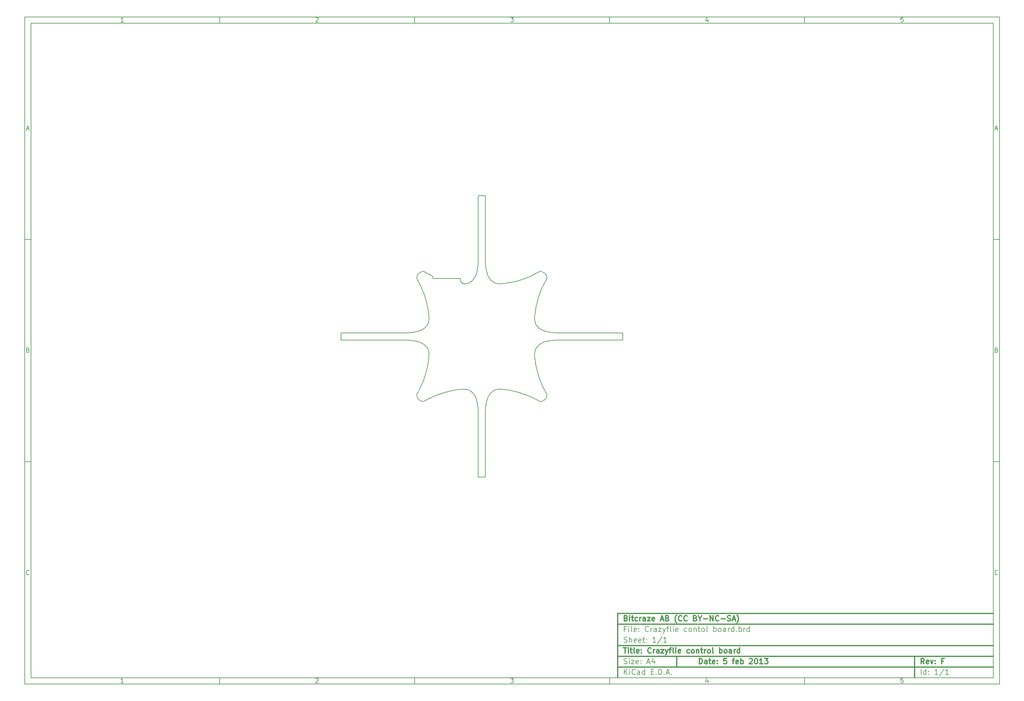
<source format=gbr>
G04 (created by PCBNEW-RS274X (2012-01-19 BZR 3256)-stable) date 05/02/2013 13:28:41*
G01*
G70*
G90*
%MOIN*%
G04 Gerber Fmt 3.4, Leading zero omitted, Abs format*
%FSLAX34Y34*%
G04 APERTURE LIST*
%ADD10C,0.006000*%
%ADD11C,0.012000*%
%ADD12C,0.007900*%
G04 APERTURE END LIST*
G54D10*
X-51118Y35765D02*
X57882Y35765D01*
X57882Y-38905D01*
X-51118Y-38905D01*
X-51118Y35765D01*
X-50418Y35065D02*
X57182Y35065D01*
X57182Y-38205D01*
X-50418Y-38205D01*
X-50418Y35065D01*
X-29318Y35765D02*
X-29318Y35065D01*
X-40075Y35213D02*
X-40361Y35213D01*
X-40218Y35213D02*
X-40218Y35713D01*
X-40266Y35641D01*
X-40313Y35594D01*
X-40361Y35570D01*
X-29318Y-38905D02*
X-29318Y-38205D01*
X-40075Y-38757D02*
X-40361Y-38757D01*
X-40218Y-38757D02*
X-40218Y-38257D01*
X-40266Y-38329D01*
X-40313Y-38376D01*
X-40361Y-38400D01*
X-07518Y35765D02*
X-07518Y35065D01*
X-18561Y35665D02*
X-18537Y35689D01*
X-18489Y35713D01*
X-18370Y35713D01*
X-18323Y35689D01*
X-18299Y35665D01*
X-18275Y35617D01*
X-18275Y35570D01*
X-18299Y35498D01*
X-18585Y35213D01*
X-18275Y35213D01*
X-07518Y-38905D02*
X-07518Y-38205D01*
X-18561Y-38305D02*
X-18537Y-38281D01*
X-18489Y-38257D01*
X-18370Y-38257D01*
X-18323Y-38281D01*
X-18299Y-38305D01*
X-18275Y-38353D01*
X-18275Y-38400D01*
X-18299Y-38472D01*
X-18585Y-38757D01*
X-18275Y-38757D01*
X14282Y35765D02*
X14282Y35065D01*
X03215Y35713D02*
X03525Y35713D01*
X03358Y35522D01*
X03430Y35522D01*
X03477Y35498D01*
X03501Y35475D01*
X03525Y35427D01*
X03525Y35308D01*
X03501Y35260D01*
X03477Y35236D01*
X03430Y35213D01*
X03287Y35213D01*
X03239Y35236D01*
X03215Y35260D01*
X14282Y-38905D02*
X14282Y-38205D01*
X03215Y-38257D02*
X03525Y-38257D01*
X03358Y-38448D01*
X03430Y-38448D01*
X03477Y-38472D01*
X03501Y-38495D01*
X03525Y-38543D01*
X03525Y-38662D01*
X03501Y-38710D01*
X03477Y-38734D01*
X03430Y-38757D01*
X03287Y-38757D01*
X03239Y-38734D01*
X03215Y-38710D01*
X36082Y35765D02*
X36082Y35065D01*
X25277Y35546D02*
X25277Y35213D01*
X25158Y35736D02*
X25039Y35379D01*
X25349Y35379D01*
X36082Y-38905D02*
X36082Y-38205D01*
X25277Y-38424D02*
X25277Y-38757D01*
X25158Y-38234D02*
X25039Y-38591D01*
X25349Y-38591D01*
X47101Y35713D02*
X46863Y35713D01*
X46839Y35475D01*
X46863Y35498D01*
X46911Y35522D01*
X47030Y35522D01*
X47077Y35498D01*
X47101Y35475D01*
X47125Y35427D01*
X47125Y35308D01*
X47101Y35260D01*
X47077Y35236D01*
X47030Y35213D01*
X46911Y35213D01*
X46863Y35236D01*
X46839Y35260D01*
X47101Y-38257D02*
X46863Y-38257D01*
X46839Y-38495D01*
X46863Y-38472D01*
X46911Y-38448D01*
X47030Y-38448D01*
X47077Y-38472D01*
X47101Y-38495D01*
X47125Y-38543D01*
X47125Y-38662D01*
X47101Y-38710D01*
X47077Y-38734D01*
X47030Y-38757D01*
X46911Y-38757D01*
X46863Y-38734D01*
X46839Y-38710D01*
X-51118Y10875D02*
X-50418Y10875D01*
X-50887Y23255D02*
X-50649Y23255D01*
X-50934Y23113D02*
X-50768Y23613D01*
X-50601Y23113D01*
X57882Y10875D02*
X57182Y10875D01*
X57413Y23255D02*
X57651Y23255D01*
X57366Y23113D02*
X57532Y23613D01*
X57699Y23113D01*
X-51118Y-14015D02*
X-50418Y-14015D01*
X-50732Y-01515D02*
X-50661Y-01539D01*
X-50637Y-01563D01*
X-50613Y-01611D01*
X-50613Y-01682D01*
X-50637Y-01730D01*
X-50661Y-01754D01*
X-50708Y-01777D01*
X-50899Y-01777D01*
X-50899Y-01277D01*
X-50732Y-01277D01*
X-50685Y-01301D01*
X-50661Y-01325D01*
X-50637Y-01373D01*
X-50637Y-01420D01*
X-50661Y-01468D01*
X-50685Y-01492D01*
X-50732Y-01515D01*
X-50899Y-01515D01*
X57882Y-14015D02*
X57182Y-14015D01*
X57568Y-01515D02*
X57639Y-01539D01*
X57663Y-01563D01*
X57687Y-01611D01*
X57687Y-01682D01*
X57663Y-01730D01*
X57639Y-01754D01*
X57592Y-01777D01*
X57401Y-01777D01*
X57401Y-01277D01*
X57568Y-01277D01*
X57615Y-01301D01*
X57639Y-01325D01*
X57663Y-01373D01*
X57663Y-01420D01*
X57639Y-01468D01*
X57615Y-01492D01*
X57568Y-01515D01*
X57401Y-01515D01*
X-50613Y-26620D02*
X-50637Y-26644D01*
X-50708Y-26667D01*
X-50756Y-26667D01*
X-50828Y-26644D01*
X-50875Y-26596D01*
X-50899Y-26548D01*
X-50923Y-26453D01*
X-50923Y-26382D01*
X-50899Y-26286D01*
X-50875Y-26239D01*
X-50828Y-26191D01*
X-50756Y-26167D01*
X-50708Y-26167D01*
X-50637Y-26191D01*
X-50613Y-26215D01*
X57687Y-26620D02*
X57663Y-26644D01*
X57592Y-26667D01*
X57544Y-26667D01*
X57472Y-26644D01*
X57425Y-26596D01*
X57401Y-26548D01*
X57377Y-26453D01*
X57377Y-26382D01*
X57401Y-26286D01*
X57425Y-26239D01*
X57472Y-26191D01*
X57544Y-26167D01*
X57592Y-26167D01*
X57663Y-26191D01*
X57687Y-26215D01*
G54D11*
X24325Y-36648D02*
X24325Y-36048D01*
X24468Y-36048D01*
X24553Y-36076D01*
X24611Y-36134D01*
X24639Y-36191D01*
X24668Y-36305D01*
X24668Y-36391D01*
X24639Y-36505D01*
X24611Y-36562D01*
X24553Y-36619D01*
X24468Y-36648D01*
X24325Y-36648D01*
X25182Y-36648D02*
X25182Y-36334D01*
X25153Y-36276D01*
X25096Y-36248D01*
X24982Y-36248D01*
X24925Y-36276D01*
X25182Y-36619D02*
X25125Y-36648D01*
X24982Y-36648D01*
X24925Y-36619D01*
X24896Y-36562D01*
X24896Y-36505D01*
X24925Y-36448D01*
X24982Y-36419D01*
X25125Y-36419D01*
X25182Y-36391D01*
X25382Y-36248D02*
X25611Y-36248D01*
X25468Y-36048D02*
X25468Y-36562D01*
X25496Y-36619D01*
X25554Y-36648D01*
X25611Y-36648D01*
X26039Y-36619D02*
X25982Y-36648D01*
X25868Y-36648D01*
X25811Y-36619D01*
X25782Y-36562D01*
X25782Y-36334D01*
X25811Y-36276D01*
X25868Y-36248D01*
X25982Y-36248D01*
X26039Y-36276D01*
X26068Y-36334D01*
X26068Y-36391D01*
X25782Y-36448D01*
X26325Y-36591D02*
X26353Y-36619D01*
X26325Y-36648D01*
X26296Y-36619D01*
X26325Y-36591D01*
X26325Y-36648D01*
X26325Y-36276D02*
X26353Y-36305D01*
X26325Y-36334D01*
X26296Y-36305D01*
X26325Y-36276D01*
X26325Y-36334D01*
X27354Y-36048D02*
X27068Y-36048D01*
X27039Y-36334D01*
X27068Y-36305D01*
X27125Y-36276D01*
X27268Y-36276D01*
X27325Y-36305D01*
X27354Y-36334D01*
X27382Y-36391D01*
X27382Y-36534D01*
X27354Y-36591D01*
X27325Y-36619D01*
X27268Y-36648D01*
X27125Y-36648D01*
X27068Y-36619D01*
X27039Y-36591D01*
X28010Y-36248D02*
X28239Y-36248D01*
X28096Y-36648D02*
X28096Y-36134D01*
X28124Y-36076D01*
X28182Y-36048D01*
X28239Y-36048D01*
X28667Y-36619D02*
X28610Y-36648D01*
X28496Y-36648D01*
X28439Y-36619D01*
X28410Y-36562D01*
X28410Y-36334D01*
X28439Y-36276D01*
X28496Y-36248D01*
X28610Y-36248D01*
X28667Y-36276D01*
X28696Y-36334D01*
X28696Y-36391D01*
X28410Y-36448D01*
X28953Y-36648D02*
X28953Y-36048D01*
X28953Y-36276D02*
X29010Y-36248D01*
X29124Y-36248D01*
X29181Y-36276D01*
X29210Y-36305D01*
X29239Y-36362D01*
X29239Y-36534D01*
X29210Y-36591D01*
X29181Y-36619D01*
X29124Y-36648D01*
X29010Y-36648D01*
X28953Y-36619D01*
X29924Y-36105D02*
X29953Y-36076D01*
X30010Y-36048D01*
X30153Y-36048D01*
X30210Y-36076D01*
X30239Y-36105D01*
X30267Y-36162D01*
X30267Y-36219D01*
X30239Y-36305D01*
X29896Y-36648D01*
X30267Y-36648D01*
X30638Y-36048D02*
X30695Y-36048D01*
X30752Y-36076D01*
X30781Y-36105D01*
X30810Y-36162D01*
X30838Y-36276D01*
X30838Y-36419D01*
X30810Y-36534D01*
X30781Y-36591D01*
X30752Y-36619D01*
X30695Y-36648D01*
X30638Y-36648D01*
X30581Y-36619D01*
X30552Y-36591D01*
X30524Y-36534D01*
X30495Y-36419D01*
X30495Y-36276D01*
X30524Y-36162D01*
X30552Y-36105D01*
X30581Y-36076D01*
X30638Y-36048D01*
X31409Y-36648D02*
X31066Y-36648D01*
X31238Y-36648D02*
X31238Y-36048D01*
X31181Y-36134D01*
X31123Y-36191D01*
X31066Y-36219D01*
X31609Y-36048D02*
X31980Y-36048D01*
X31780Y-36276D01*
X31866Y-36276D01*
X31923Y-36305D01*
X31952Y-36334D01*
X31980Y-36391D01*
X31980Y-36534D01*
X31952Y-36591D01*
X31923Y-36619D01*
X31866Y-36648D01*
X31694Y-36648D01*
X31637Y-36619D01*
X31609Y-36591D01*
G54D10*
X15925Y-37848D02*
X15925Y-37248D01*
X16268Y-37848D02*
X16011Y-37505D01*
X16268Y-37248D02*
X15925Y-37591D01*
X16525Y-37848D02*
X16525Y-37448D01*
X16525Y-37248D02*
X16496Y-37276D01*
X16525Y-37305D01*
X16553Y-37276D01*
X16525Y-37248D01*
X16525Y-37305D01*
X17154Y-37791D02*
X17125Y-37819D01*
X17039Y-37848D01*
X16982Y-37848D01*
X16897Y-37819D01*
X16839Y-37762D01*
X16811Y-37705D01*
X16782Y-37591D01*
X16782Y-37505D01*
X16811Y-37391D01*
X16839Y-37334D01*
X16897Y-37276D01*
X16982Y-37248D01*
X17039Y-37248D01*
X17125Y-37276D01*
X17154Y-37305D01*
X17668Y-37848D02*
X17668Y-37534D01*
X17639Y-37476D01*
X17582Y-37448D01*
X17468Y-37448D01*
X17411Y-37476D01*
X17668Y-37819D02*
X17611Y-37848D01*
X17468Y-37848D01*
X17411Y-37819D01*
X17382Y-37762D01*
X17382Y-37705D01*
X17411Y-37648D01*
X17468Y-37619D01*
X17611Y-37619D01*
X17668Y-37591D01*
X18211Y-37848D02*
X18211Y-37248D01*
X18211Y-37819D02*
X18154Y-37848D01*
X18040Y-37848D01*
X17982Y-37819D01*
X17954Y-37791D01*
X17925Y-37734D01*
X17925Y-37562D01*
X17954Y-37505D01*
X17982Y-37476D01*
X18040Y-37448D01*
X18154Y-37448D01*
X18211Y-37476D01*
X18954Y-37534D02*
X19154Y-37534D01*
X19240Y-37848D02*
X18954Y-37848D01*
X18954Y-37248D01*
X19240Y-37248D01*
X19497Y-37791D02*
X19525Y-37819D01*
X19497Y-37848D01*
X19468Y-37819D01*
X19497Y-37791D01*
X19497Y-37848D01*
X19783Y-37848D02*
X19783Y-37248D01*
X19926Y-37248D01*
X20011Y-37276D01*
X20069Y-37334D01*
X20097Y-37391D01*
X20126Y-37505D01*
X20126Y-37591D01*
X20097Y-37705D01*
X20069Y-37762D01*
X20011Y-37819D01*
X19926Y-37848D01*
X19783Y-37848D01*
X20383Y-37791D02*
X20411Y-37819D01*
X20383Y-37848D01*
X20354Y-37819D01*
X20383Y-37791D01*
X20383Y-37848D01*
X20640Y-37676D02*
X20926Y-37676D01*
X20583Y-37848D02*
X20783Y-37248D01*
X20983Y-37848D01*
X21183Y-37791D02*
X21211Y-37819D01*
X21183Y-37848D01*
X21154Y-37819D01*
X21183Y-37791D01*
X21183Y-37848D01*
G54D11*
X49468Y-36648D02*
X49268Y-36362D01*
X49125Y-36648D02*
X49125Y-36048D01*
X49353Y-36048D01*
X49411Y-36076D01*
X49439Y-36105D01*
X49468Y-36162D01*
X49468Y-36248D01*
X49439Y-36305D01*
X49411Y-36334D01*
X49353Y-36362D01*
X49125Y-36362D01*
X49953Y-36619D02*
X49896Y-36648D01*
X49782Y-36648D01*
X49725Y-36619D01*
X49696Y-36562D01*
X49696Y-36334D01*
X49725Y-36276D01*
X49782Y-36248D01*
X49896Y-36248D01*
X49953Y-36276D01*
X49982Y-36334D01*
X49982Y-36391D01*
X49696Y-36448D01*
X50182Y-36248D02*
X50325Y-36648D01*
X50467Y-36248D01*
X50696Y-36591D02*
X50724Y-36619D01*
X50696Y-36648D01*
X50667Y-36619D01*
X50696Y-36591D01*
X50696Y-36648D01*
X50696Y-36276D02*
X50724Y-36305D01*
X50696Y-36334D01*
X50667Y-36305D01*
X50696Y-36276D01*
X50696Y-36334D01*
X51639Y-36334D02*
X51439Y-36334D01*
X51439Y-36648D02*
X51439Y-36048D01*
X51725Y-36048D01*
G54D10*
X15896Y-36619D02*
X15982Y-36648D01*
X16125Y-36648D01*
X16182Y-36619D01*
X16211Y-36591D01*
X16239Y-36534D01*
X16239Y-36476D01*
X16211Y-36419D01*
X16182Y-36391D01*
X16125Y-36362D01*
X16011Y-36334D01*
X15953Y-36305D01*
X15925Y-36276D01*
X15896Y-36219D01*
X15896Y-36162D01*
X15925Y-36105D01*
X15953Y-36076D01*
X16011Y-36048D01*
X16153Y-36048D01*
X16239Y-36076D01*
X16496Y-36648D02*
X16496Y-36248D01*
X16496Y-36048D02*
X16467Y-36076D01*
X16496Y-36105D01*
X16524Y-36076D01*
X16496Y-36048D01*
X16496Y-36105D01*
X16725Y-36248D02*
X17039Y-36248D01*
X16725Y-36648D01*
X17039Y-36648D01*
X17496Y-36619D02*
X17439Y-36648D01*
X17325Y-36648D01*
X17268Y-36619D01*
X17239Y-36562D01*
X17239Y-36334D01*
X17268Y-36276D01*
X17325Y-36248D01*
X17439Y-36248D01*
X17496Y-36276D01*
X17525Y-36334D01*
X17525Y-36391D01*
X17239Y-36448D01*
X17782Y-36591D02*
X17810Y-36619D01*
X17782Y-36648D01*
X17753Y-36619D01*
X17782Y-36591D01*
X17782Y-36648D01*
X17782Y-36276D02*
X17810Y-36305D01*
X17782Y-36334D01*
X17753Y-36305D01*
X17782Y-36276D01*
X17782Y-36334D01*
X18496Y-36476D02*
X18782Y-36476D01*
X18439Y-36648D02*
X18639Y-36048D01*
X18839Y-36648D01*
X19296Y-36248D02*
X19296Y-36648D01*
X19153Y-36019D02*
X19010Y-36448D01*
X19382Y-36448D01*
X49125Y-37848D02*
X49125Y-37248D01*
X49668Y-37848D02*
X49668Y-37248D01*
X49668Y-37819D02*
X49611Y-37848D01*
X49497Y-37848D01*
X49439Y-37819D01*
X49411Y-37791D01*
X49382Y-37734D01*
X49382Y-37562D01*
X49411Y-37505D01*
X49439Y-37476D01*
X49497Y-37448D01*
X49611Y-37448D01*
X49668Y-37476D01*
X49954Y-37791D02*
X49982Y-37819D01*
X49954Y-37848D01*
X49925Y-37819D01*
X49954Y-37791D01*
X49954Y-37848D01*
X49954Y-37476D02*
X49982Y-37505D01*
X49954Y-37534D01*
X49925Y-37505D01*
X49954Y-37476D01*
X49954Y-37534D01*
X51011Y-37848D02*
X50668Y-37848D01*
X50840Y-37848D02*
X50840Y-37248D01*
X50783Y-37334D01*
X50725Y-37391D01*
X50668Y-37419D01*
X51696Y-37219D02*
X51182Y-37991D01*
X52211Y-37848D02*
X51868Y-37848D01*
X52040Y-37848D02*
X52040Y-37248D01*
X51983Y-37334D01*
X51925Y-37391D01*
X51868Y-37419D01*
G54D11*
X15839Y-34848D02*
X16182Y-34848D01*
X16011Y-35448D02*
X16011Y-34848D01*
X16382Y-35448D02*
X16382Y-35048D01*
X16382Y-34848D02*
X16353Y-34876D01*
X16382Y-34905D01*
X16410Y-34876D01*
X16382Y-34848D01*
X16382Y-34905D01*
X16582Y-35048D02*
X16811Y-35048D01*
X16668Y-34848D02*
X16668Y-35362D01*
X16696Y-35419D01*
X16754Y-35448D01*
X16811Y-35448D01*
X17097Y-35448D02*
X17039Y-35419D01*
X17011Y-35362D01*
X17011Y-34848D01*
X17553Y-35419D02*
X17496Y-35448D01*
X17382Y-35448D01*
X17325Y-35419D01*
X17296Y-35362D01*
X17296Y-35134D01*
X17325Y-35076D01*
X17382Y-35048D01*
X17496Y-35048D01*
X17553Y-35076D01*
X17582Y-35134D01*
X17582Y-35191D01*
X17296Y-35248D01*
X17839Y-35391D02*
X17867Y-35419D01*
X17839Y-35448D01*
X17810Y-35419D01*
X17839Y-35391D01*
X17839Y-35448D01*
X17839Y-35076D02*
X17867Y-35105D01*
X17839Y-35134D01*
X17810Y-35105D01*
X17839Y-35076D01*
X17839Y-35134D01*
X18925Y-35391D02*
X18896Y-35419D01*
X18810Y-35448D01*
X18753Y-35448D01*
X18668Y-35419D01*
X18610Y-35362D01*
X18582Y-35305D01*
X18553Y-35191D01*
X18553Y-35105D01*
X18582Y-34991D01*
X18610Y-34934D01*
X18668Y-34876D01*
X18753Y-34848D01*
X18810Y-34848D01*
X18896Y-34876D01*
X18925Y-34905D01*
X19182Y-35448D02*
X19182Y-35048D01*
X19182Y-35162D02*
X19210Y-35105D01*
X19239Y-35076D01*
X19296Y-35048D01*
X19353Y-35048D01*
X19810Y-35448D02*
X19810Y-35134D01*
X19781Y-35076D01*
X19724Y-35048D01*
X19610Y-35048D01*
X19553Y-35076D01*
X19810Y-35419D02*
X19753Y-35448D01*
X19610Y-35448D01*
X19553Y-35419D01*
X19524Y-35362D01*
X19524Y-35305D01*
X19553Y-35248D01*
X19610Y-35219D01*
X19753Y-35219D01*
X19810Y-35191D01*
X20039Y-35048D02*
X20353Y-35048D01*
X20039Y-35448D01*
X20353Y-35448D01*
X20525Y-35048D02*
X20668Y-35448D01*
X20810Y-35048D02*
X20668Y-35448D01*
X20610Y-35591D01*
X20582Y-35619D01*
X20525Y-35648D01*
X20953Y-35048D02*
X21182Y-35048D01*
X21039Y-35448D02*
X21039Y-34934D01*
X21067Y-34876D01*
X21125Y-34848D01*
X21182Y-34848D01*
X21468Y-35448D02*
X21410Y-35419D01*
X21382Y-35362D01*
X21382Y-34848D01*
X21696Y-35448D02*
X21696Y-35048D01*
X21696Y-34848D02*
X21667Y-34876D01*
X21696Y-34905D01*
X21724Y-34876D01*
X21696Y-34848D01*
X21696Y-34905D01*
X22210Y-35419D02*
X22153Y-35448D01*
X22039Y-35448D01*
X21982Y-35419D01*
X21953Y-35362D01*
X21953Y-35134D01*
X21982Y-35076D01*
X22039Y-35048D01*
X22153Y-35048D01*
X22210Y-35076D01*
X22239Y-35134D01*
X22239Y-35191D01*
X21953Y-35248D01*
X23210Y-35419D02*
X23153Y-35448D01*
X23039Y-35448D01*
X22981Y-35419D01*
X22953Y-35391D01*
X22924Y-35334D01*
X22924Y-35162D01*
X22953Y-35105D01*
X22981Y-35076D01*
X23039Y-35048D01*
X23153Y-35048D01*
X23210Y-35076D01*
X23553Y-35448D02*
X23495Y-35419D01*
X23467Y-35391D01*
X23438Y-35334D01*
X23438Y-35162D01*
X23467Y-35105D01*
X23495Y-35076D01*
X23553Y-35048D01*
X23638Y-35048D01*
X23695Y-35076D01*
X23724Y-35105D01*
X23753Y-35162D01*
X23753Y-35334D01*
X23724Y-35391D01*
X23695Y-35419D01*
X23638Y-35448D01*
X23553Y-35448D01*
X24010Y-35048D02*
X24010Y-35448D01*
X24010Y-35105D02*
X24038Y-35076D01*
X24096Y-35048D01*
X24181Y-35048D01*
X24238Y-35076D01*
X24267Y-35134D01*
X24267Y-35448D01*
X24467Y-35048D02*
X24696Y-35048D01*
X24553Y-34848D02*
X24553Y-35362D01*
X24581Y-35419D01*
X24639Y-35448D01*
X24696Y-35448D01*
X24896Y-35448D02*
X24896Y-35048D01*
X24896Y-35162D02*
X24924Y-35105D01*
X24953Y-35076D01*
X25010Y-35048D01*
X25067Y-35048D01*
X25353Y-35448D02*
X25295Y-35419D01*
X25267Y-35391D01*
X25238Y-35334D01*
X25238Y-35162D01*
X25267Y-35105D01*
X25295Y-35076D01*
X25353Y-35048D01*
X25438Y-35048D01*
X25495Y-35076D01*
X25524Y-35105D01*
X25553Y-35162D01*
X25553Y-35334D01*
X25524Y-35391D01*
X25495Y-35419D01*
X25438Y-35448D01*
X25353Y-35448D01*
X25896Y-35448D02*
X25838Y-35419D01*
X25810Y-35362D01*
X25810Y-34848D01*
X26581Y-35448D02*
X26581Y-34848D01*
X26581Y-35076D02*
X26638Y-35048D01*
X26752Y-35048D01*
X26809Y-35076D01*
X26838Y-35105D01*
X26867Y-35162D01*
X26867Y-35334D01*
X26838Y-35391D01*
X26809Y-35419D01*
X26752Y-35448D01*
X26638Y-35448D01*
X26581Y-35419D01*
X27210Y-35448D02*
X27152Y-35419D01*
X27124Y-35391D01*
X27095Y-35334D01*
X27095Y-35162D01*
X27124Y-35105D01*
X27152Y-35076D01*
X27210Y-35048D01*
X27295Y-35048D01*
X27352Y-35076D01*
X27381Y-35105D01*
X27410Y-35162D01*
X27410Y-35334D01*
X27381Y-35391D01*
X27352Y-35419D01*
X27295Y-35448D01*
X27210Y-35448D01*
X27924Y-35448D02*
X27924Y-35134D01*
X27895Y-35076D01*
X27838Y-35048D01*
X27724Y-35048D01*
X27667Y-35076D01*
X27924Y-35419D02*
X27867Y-35448D01*
X27724Y-35448D01*
X27667Y-35419D01*
X27638Y-35362D01*
X27638Y-35305D01*
X27667Y-35248D01*
X27724Y-35219D01*
X27867Y-35219D01*
X27924Y-35191D01*
X28210Y-35448D02*
X28210Y-35048D01*
X28210Y-35162D02*
X28238Y-35105D01*
X28267Y-35076D01*
X28324Y-35048D01*
X28381Y-35048D01*
X28838Y-35448D02*
X28838Y-34848D01*
X28838Y-35419D02*
X28781Y-35448D01*
X28667Y-35448D01*
X28609Y-35419D01*
X28581Y-35391D01*
X28552Y-35334D01*
X28552Y-35162D01*
X28581Y-35105D01*
X28609Y-35076D01*
X28667Y-35048D01*
X28781Y-35048D01*
X28838Y-35076D01*
G54D10*
X16125Y-32734D02*
X15925Y-32734D01*
X15925Y-33048D02*
X15925Y-32448D01*
X16211Y-32448D01*
X16439Y-33048D02*
X16439Y-32648D01*
X16439Y-32448D02*
X16410Y-32476D01*
X16439Y-32505D01*
X16467Y-32476D01*
X16439Y-32448D01*
X16439Y-32505D01*
X16811Y-33048D02*
X16753Y-33019D01*
X16725Y-32962D01*
X16725Y-32448D01*
X17267Y-33019D02*
X17210Y-33048D01*
X17096Y-33048D01*
X17039Y-33019D01*
X17010Y-32962D01*
X17010Y-32734D01*
X17039Y-32676D01*
X17096Y-32648D01*
X17210Y-32648D01*
X17267Y-32676D01*
X17296Y-32734D01*
X17296Y-32791D01*
X17010Y-32848D01*
X17553Y-32991D02*
X17581Y-33019D01*
X17553Y-33048D01*
X17524Y-33019D01*
X17553Y-32991D01*
X17553Y-33048D01*
X17553Y-32676D02*
X17581Y-32705D01*
X17553Y-32734D01*
X17524Y-32705D01*
X17553Y-32676D01*
X17553Y-32734D01*
X18639Y-32991D02*
X18610Y-33019D01*
X18524Y-33048D01*
X18467Y-33048D01*
X18382Y-33019D01*
X18324Y-32962D01*
X18296Y-32905D01*
X18267Y-32791D01*
X18267Y-32705D01*
X18296Y-32591D01*
X18324Y-32534D01*
X18382Y-32476D01*
X18467Y-32448D01*
X18524Y-32448D01*
X18610Y-32476D01*
X18639Y-32505D01*
X18896Y-33048D02*
X18896Y-32648D01*
X18896Y-32762D02*
X18924Y-32705D01*
X18953Y-32676D01*
X19010Y-32648D01*
X19067Y-32648D01*
X19524Y-33048D02*
X19524Y-32734D01*
X19495Y-32676D01*
X19438Y-32648D01*
X19324Y-32648D01*
X19267Y-32676D01*
X19524Y-33019D02*
X19467Y-33048D01*
X19324Y-33048D01*
X19267Y-33019D01*
X19238Y-32962D01*
X19238Y-32905D01*
X19267Y-32848D01*
X19324Y-32819D01*
X19467Y-32819D01*
X19524Y-32791D01*
X19753Y-32648D02*
X20067Y-32648D01*
X19753Y-33048D01*
X20067Y-33048D01*
X20239Y-32648D02*
X20382Y-33048D01*
X20524Y-32648D02*
X20382Y-33048D01*
X20324Y-33191D01*
X20296Y-33219D01*
X20239Y-33248D01*
X20667Y-32648D02*
X20896Y-32648D01*
X20753Y-33048D02*
X20753Y-32534D01*
X20781Y-32476D01*
X20839Y-32448D01*
X20896Y-32448D01*
X21182Y-33048D02*
X21124Y-33019D01*
X21096Y-32962D01*
X21096Y-32448D01*
X21410Y-33048D02*
X21410Y-32648D01*
X21410Y-32448D02*
X21381Y-32476D01*
X21410Y-32505D01*
X21438Y-32476D01*
X21410Y-32448D01*
X21410Y-32505D01*
X21924Y-33019D02*
X21867Y-33048D01*
X21753Y-33048D01*
X21696Y-33019D01*
X21667Y-32962D01*
X21667Y-32734D01*
X21696Y-32676D01*
X21753Y-32648D01*
X21867Y-32648D01*
X21924Y-32676D01*
X21953Y-32734D01*
X21953Y-32791D01*
X21667Y-32848D01*
X22924Y-33019D02*
X22867Y-33048D01*
X22753Y-33048D01*
X22695Y-33019D01*
X22667Y-32991D01*
X22638Y-32934D01*
X22638Y-32762D01*
X22667Y-32705D01*
X22695Y-32676D01*
X22753Y-32648D01*
X22867Y-32648D01*
X22924Y-32676D01*
X23267Y-33048D02*
X23209Y-33019D01*
X23181Y-32991D01*
X23152Y-32934D01*
X23152Y-32762D01*
X23181Y-32705D01*
X23209Y-32676D01*
X23267Y-32648D01*
X23352Y-32648D01*
X23409Y-32676D01*
X23438Y-32705D01*
X23467Y-32762D01*
X23467Y-32934D01*
X23438Y-32991D01*
X23409Y-33019D01*
X23352Y-33048D01*
X23267Y-33048D01*
X23724Y-32648D02*
X23724Y-33048D01*
X23724Y-32705D02*
X23752Y-32676D01*
X23810Y-32648D01*
X23895Y-32648D01*
X23952Y-32676D01*
X23981Y-32734D01*
X23981Y-33048D01*
X24181Y-32648D02*
X24410Y-32648D01*
X24267Y-32448D02*
X24267Y-32962D01*
X24295Y-33019D01*
X24353Y-33048D01*
X24410Y-33048D01*
X24696Y-33048D02*
X24638Y-33019D01*
X24610Y-32991D01*
X24581Y-32934D01*
X24581Y-32762D01*
X24610Y-32705D01*
X24638Y-32676D01*
X24696Y-32648D01*
X24781Y-32648D01*
X24838Y-32676D01*
X24867Y-32705D01*
X24896Y-32762D01*
X24896Y-32934D01*
X24867Y-32991D01*
X24838Y-33019D01*
X24781Y-33048D01*
X24696Y-33048D01*
X25239Y-33048D02*
X25181Y-33019D01*
X25153Y-32962D01*
X25153Y-32448D01*
X25924Y-33048D02*
X25924Y-32448D01*
X25924Y-32676D02*
X25981Y-32648D01*
X26095Y-32648D01*
X26152Y-32676D01*
X26181Y-32705D01*
X26210Y-32762D01*
X26210Y-32934D01*
X26181Y-32991D01*
X26152Y-33019D01*
X26095Y-33048D01*
X25981Y-33048D01*
X25924Y-33019D01*
X26553Y-33048D02*
X26495Y-33019D01*
X26467Y-32991D01*
X26438Y-32934D01*
X26438Y-32762D01*
X26467Y-32705D01*
X26495Y-32676D01*
X26553Y-32648D01*
X26638Y-32648D01*
X26695Y-32676D01*
X26724Y-32705D01*
X26753Y-32762D01*
X26753Y-32934D01*
X26724Y-32991D01*
X26695Y-33019D01*
X26638Y-33048D01*
X26553Y-33048D01*
X27267Y-33048D02*
X27267Y-32734D01*
X27238Y-32676D01*
X27181Y-32648D01*
X27067Y-32648D01*
X27010Y-32676D01*
X27267Y-33019D02*
X27210Y-33048D01*
X27067Y-33048D01*
X27010Y-33019D01*
X26981Y-32962D01*
X26981Y-32905D01*
X27010Y-32848D01*
X27067Y-32819D01*
X27210Y-32819D01*
X27267Y-32791D01*
X27553Y-33048D02*
X27553Y-32648D01*
X27553Y-32762D02*
X27581Y-32705D01*
X27610Y-32676D01*
X27667Y-32648D01*
X27724Y-32648D01*
X28181Y-33048D02*
X28181Y-32448D01*
X28181Y-33019D02*
X28124Y-33048D01*
X28010Y-33048D01*
X27952Y-33019D01*
X27924Y-32991D01*
X27895Y-32934D01*
X27895Y-32762D01*
X27924Y-32705D01*
X27952Y-32676D01*
X28010Y-32648D01*
X28124Y-32648D01*
X28181Y-32676D01*
X28467Y-32991D02*
X28495Y-33019D01*
X28467Y-33048D01*
X28438Y-33019D01*
X28467Y-32991D01*
X28467Y-33048D01*
X28753Y-33048D02*
X28753Y-32448D01*
X28753Y-32676D02*
X28810Y-32648D01*
X28924Y-32648D01*
X28981Y-32676D01*
X29010Y-32705D01*
X29039Y-32762D01*
X29039Y-32934D01*
X29010Y-32991D01*
X28981Y-33019D01*
X28924Y-33048D01*
X28810Y-33048D01*
X28753Y-33019D01*
X29296Y-33048D02*
X29296Y-32648D01*
X29296Y-32762D02*
X29324Y-32705D01*
X29353Y-32676D01*
X29410Y-32648D01*
X29467Y-32648D01*
X29924Y-33048D02*
X29924Y-32448D01*
X29924Y-33019D02*
X29867Y-33048D01*
X29753Y-33048D01*
X29695Y-33019D01*
X29667Y-32991D01*
X29638Y-32934D01*
X29638Y-32762D01*
X29667Y-32705D01*
X29695Y-32676D01*
X29753Y-32648D01*
X29867Y-32648D01*
X29924Y-32676D01*
X15896Y-34219D02*
X15982Y-34248D01*
X16125Y-34248D01*
X16182Y-34219D01*
X16211Y-34191D01*
X16239Y-34134D01*
X16239Y-34076D01*
X16211Y-34019D01*
X16182Y-33991D01*
X16125Y-33962D01*
X16011Y-33934D01*
X15953Y-33905D01*
X15925Y-33876D01*
X15896Y-33819D01*
X15896Y-33762D01*
X15925Y-33705D01*
X15953Y-33676D01*
X16011Y-33648D01*
X16153Y-33648D01*
X16239Y-33676D01*
X16496Y-34248D02*
X16496Y-33648D01*
X16753Y-34248D02*
X16753Y-33934D01*
X16724Y-33876D01*
X16667Y-33848D01*
X16582Y-33848D01*
X16524Y-33876D01*
X16496Y-33905D01*
X17267Y-34219D02*
X17210Y-34248D01*
X17096Y-34248D01*
X17039Y-34219D01*
X17010Y-34162D01*
X17010Y-33934D01*
X17039Y-33876D01*
X17096Y-33848D01*
X17210Y-33848D01*
X17267Y-33876D01*
X17296Y-33934D01*
X17296Y-33991D01*
X17010Y-34048D01*
X17781Y-34219D02*
X17724Y-34248D01*
X17610Y-34248D01*
X17553Y-34219D01*
X17524Y-34162D01*
X17524Y-33934D01*
X17553Y-33876D01*
X17610Y-33848D01*
X17724Y-33848D01*
X17781Y-33876D01*
X17810Y-33934D01*
X17810Y-33991D01*
X17524Y-34048D01*
X17981Y-33848D02*
X18210Y-33848D01*
X18067Y-33648D02*
X18067Y-34162D01*
X18095Y-34219D01*
X18153Y-34248D01*
X18210Y-34248D01*
X18410Y-34191D02*
X18438Y-34219D01*
X18410Y-34248D01*
X18381Y-34219D01*
X18410Y-34191D01*
X18410Y-34248D01*
X18410Y-33876D02*
X18438Y-33905D01*
X18410Y-33934D01*
X18381Y-33905D01*
X18410Y-33876D01*
X18410Y-33934D01*
X19467Y-34248D02*
X19124Y-34248D01*
X19296Y-34248D02*
X19296Y-33648D01*
X19239Y-33734D01*
X19181Y-33791D01*
X19124Y-33819D01*
X20152Y-33619D02*
X19638Y-34391D01*
X20667Y-34248D02*
X20324Y-34248D01*
X20496Y-34248D02*
X20496Y-33648D01*
X20439Y-33734D01*
X20381Y-33791D01*
X20324Y-33819D01*
G54D11*
X16125Y-31534D02*
X16211Y-31562D01*
X16239Y-31591D01*
X16268Y-31648D01*
X16268Y-31734D01*
X16239Y-31791D01*
X16211Y-31819D01*
X16153Y-31848D01*
X15925Y-31848D01*
X15925Y-31248D01*
X16125Y-31248D01*
X16182Y-31276D01*
X16211Y-31305D01*
X16239Y-31362D01*
X16239Y-31419D01*
X16211Y-31476D01*
X16182Y-31505D01*
X16125Y-31534D01*
X15925Y-31534D01*
X16525Y-31848D02*
X16525Y-31448D01*
X16525Y-31248D02*
X16496Y-31276D01*
X16525Y-31305D01*
X16553Y-31276D01*
X16525Y-31248D01*
X16525Y-31305D01*
X16725Y-31448D02*
X16954Y-31448D01*
X16811Y-31248D02*
X16811Y-31762D01*
X16839Y-31819D01*
X16897Y-31848D01*
X16954Y-31848D01*
X17411Y-31819D02*
X17354Y-31848D01*
X17240Y-31848D01*
X17182Y-31819D01*
X17154Y-31791D01*
X17125Y-31734D01*
X17125Y-31562D01*
X17154Y-31505D01*
X17182Y-31476D01*
X17240Y-31448D01*
X17354Y-31448D01*
X17411Y-31476D01*
X17668Y-31848D02*
X17668Y-31448D01*
X17668Y-31562D02*
X17696Y-31505D01*
X17725Y-31476D01*
X17782Y-31448D01*
X17839Y-31448D01*
X18296Y-31848D02*
X18296Y-31534D01*
X18267Y-31476D01*
X18210Y-31448D01*
X18096Y-31448D01*
X18039Y-31476D01*
X18296Y-31819D02*
X18239Y-31848D01*
X18096Y-31848D01*
X18039Y-31819D01*
X18010Y-31762D01*
X18010Y-31705D01*
X18039Y-31648D01*
X18096Y-31619D01*
X18239Y-31619D01*
X18296Y-31591D01*
X18525Y-31448D02*
X18839Y-31448D01*
X18525Y-31848D01*
X18839Y-31848D01*
X19296Y-31819D02*
X19239Y-31848D01*
X19125Y-31848D01*
X19068Y-31819D01*
X19039Y-31762D01*
X19039Y-31534D01*
X19068Y-31476D01*
X19125Y-31448D01*
X19239Y-31448D01*
X19296Y-31476D01*
X19325Y-31534D01*
X19325Y-31591D01*
X19039Y-31648D01*
X20010Y-31676D02*
X20296Y-31676D01*
X19953Y-31848D02*
X20153Y-31248D01*
X20353Y-31848D01*
X20753Y-31534D02*
X20839Y-31562D01*
X20867Y-31591D01*
X20896Y-31648D01*
X20896Y-31734D01*
X20867Y-31791D01*
X20839Y-31819D01*
X20781Y-31848D01*
X20553Y-31848D01*
X20553Y-31248D01*
X20753Y-31248D01*
X20810Y-31276D01*
X20839Y-31305D01*
X20867Y-31362D01*
X20867Y-31419D01*
X20839Y-31476D01*
X20810Y-31505D01*
X20753Y-31534D01*
X20553Y-31534D01*
X21781Y-32076D02*
X21753Y-32048D01*
X21696Y-31962D01*
X21667Y-31905D01*
X21638Y-31819D01*
X21610Y-31676D01*
X21610Y-31562D01*
X21638Y-31419D01*
X21667Y-31334D01*
X21696Y-31276D01*
X21753Y-31191D01*
X21781Y-31162D01*
X22353Y-31791D02*
X22324Y-31819D01*
X22238Y-31848D01*
X22181Y-31848D01*
X22096Y-31819D01*
X22038Y-31762D01*
X22010Y-31705D01*
X21981Y-31591D01*
X21981Y-31505D01*
X22010Y-31391D01*
X22038Y-31334D01*
X22096Y-31276D01*
X22181Y-31248D01*
X22238Y-31248D01*
X22324Y-31276D01*
X22353Y-31305D01*
X22953Y-31791D02*
X22924Y-31819D01*
X22838Y-31848D01*
X22781Y-31848D01*
X22696Y-31819D01*
X22638Y-31762D01*
X22610Y-31705D01*
X22581Y-31591D01*
X22581Y-31505D01*
X22610Y-31391D01*
X22638Y-31334D01*
X22696Y-31276D01*
X22781Y-31248D01*
X22838Y-31248D01*
X22924Y-31276D01*
X22953Y-31305D01*
X23867Y-31534D02*
X23953Y-31562D01*
X23981Y-31591D01*
X24010Y-31648D01*
X24010Y-31734D01*
X23981Y-31791D01*
X23953Y-31819D01*
X23895Y-31848D01*
X23667Y-31848D01*
X23667Y-31248D01*
X23867Y-31248D01*
X23924Y-31276D01*
X23953Y-31305D01*
X23981Y-31362D01*
X23981Y-31419D01*
X23953Y-31476D01*
X23924Y-31505D01*
X23867Y-31534D01*
X23667Y-31534D01*
X24381Y-31562D02*
X24381Y-31848D01*
X24181Y-31248D02*
X24381Y-31562D01*
X24581Y-31248D01*
X24781Y-31619D02*
X25238Y-31619D01*
X25524Y-31848D02*
X25524Y-31248D01*
X25867Y-31848D01*
X25867Y-31248D01*
X26496Y-31791D02*
X26467Y-31819D01*
X26381Y-31848D01*
X26324Y-31848D01*
X26239Y-31819D01*
X26181Y-31762D01*
X26153Y-31705D01*
X26124Y-31591D01*
X26124Y-31505D01*
X26153Y-31391D01*
X26181Y-31334D01*
X26239Y-31276D01*
X26324Y-31248D01*
X26381Y-31248D01*
X26467Y-31276D01*
X26496Y-31305D01*
X26753Y-31619D02*
X27210Y-31619D01*
X27467Y-31819D02*
X27553Y-31848D01*
X27696Y-31848D01*
X27753Y-31819D01*
X27782Y-31791D01*
X27810Y-31734D01*
X27810Y-31676D01*
X27782Y-31619D01*
X27753Y-31591D01*
X27696Y-31562D01*
X27582Y-31534D01*
X27524Y-31505D01*
X27496Y-31476D01*
X27467Y-31419D01*
X27467Y-31362D01*
X27496Y-31305D01*
X27524Y-31276D01*
X27582Y-31248D01*
X27724Y-31248D01*
X27810Y-31276D01*
X28038Y-31676D02*
X28324Y-31676D01*
X27981Y-31848D02*
X28181Y-31248D01*
X28381Y-31848D01*
X28524Y-32076D02*
X28552Y-32048D01*
X28609Y-31962D01*
X28638Y-31905D01*
X28667Y-31819D01*
X28695Y-31676D01*
X28695Y-31562D01*
X28667Y-31419D01*
X28638Y-31334D01*
X28609Y-31276D01*
X28552Y-31191D01*
X28524Y-31162D01*
X15182Y-31005D02*
X15182Y-38205D01*
X15182Y-32205D02*
X57182Y-32205D01*
X15182Y-31005D02*
X57182Y-31005D01*
X15182Y-34605D02*
X57182Y-34605D01*
X48382Y-35805D02*
X48382Y-38205D01*
X15182Y-37005D02*
X57182Y-37005D01*
X15182Y-35805D02*
X57182Y-35805D01*
X21782Y-35805D02*
X21782Y-37005D01*
G54D12*
X-15748Y00395D02*
X-08661Y00395D01*
X-08661Y-00392D02*
X-15748Y-00392D01*
X-00394Y-08660D02*
X-00394Y-15747D01*
X00394Y-08660D02*
X00394Y-15747D01*
X08662Y-00392D02*
X15748Y-00392D01*
X08662Y00395D02*
X15748Y00395D01*
X00394Y15749D02*
X00394Y08663D01*
X-00394Y08663D02*
X-00394Y15749D01*
X-15748Y-00394D02*
X-15748Y00394D01*
X00394Y-15748D02*
X-00394Y-15748D01*
X15748Y00394D02*
X15748Y-00394D01*
X-00394Y15748D02*
X00394Y15748D01*
X-01969Y05906D02*
X-01913Y05909D01*
X-05512Y06693D02*
X-05512Y06772D01*
X-05512Y06693D02*
X-05511Y06676D01*
X-05509Y06659D01*
X-05505Y06643D01*
X-05500Y06626D01*
X-05493Y06610D01*
X-05485Y06595D01*
X-05476Y06581D01*
X-05465Y06567D01*
X-05454Y06554D01*
X-05441Y06543D01*
X-05427Y06532D01*
X-05413Y06523D01*
X-05398Y06515D01*
X-05382Y06508D01*
X-05365Y06503D01*
X-05349Y06499D01*
X-05332Y06497D01*
X-05315Y06496D01*
X-02362Y06299D02*
X-02362Y06496D01*
X-02362Y06496D02*
X-05315Y06496D01*
X-02362Y06299D02*
X-02360Y06265D01*
X-02356Y06231D01*
X-02348Y06198D01*
X-02338Y06165D01*
X-02325Y06133D01*
X-02309Y06103D01*
X-02290Y06074D01*
X-02270Y06047D01*
X-02246Y06022D01*
X-02221Y05998D01*
X-02194Y05978D01*
X-02165Y05959D01*
X-02135Y05943D01*
X-02103Y05930D01*
X-02070Y05920D01*
X-02037Y05912D01*
X-02003Y05908D01*
X-01969Y05906D01*
X-05906Y02055D02*
X-05906Y02122D01*
X-06366Y00972D02*
X-06311Y01024D01*
X-06992Y00618D02*
X-06878Y00657D01*
X-06878Y00657D02*
X-06791Y00693D01*
X-06791Y00693D02*
X-06669Y00756D01*
X-06669Y00756D02*
X-06559Y00823D01*
X-06559Y00823D02*
X-06449Y00902D01*
X-06449Y00902D02*
X-06366Y00972D01*
X-06366Y00972D02*
X-06311Y01024D01*
X-06311Y01024D02*
X-06244Y01094D01*
X-06244Y01094D02*
X-06193Y01154D01*
X-06193Y01154D02*
X-06142Y01220D01*
X-06142Y01220D02*
X-06083Y01307D01*
X-06083Y01307D02*
X-06039Y01378D01*
X-06039Y01378D02*
X-06004Y01449D01*
X-06004Y01449D02*
X-05976Y01516D01*
X-08661Y00394D02*
X-08461Y00398D01*
X-08461Y00398D02*
X-08346Y00402D01*
X-08346Y00402D02*
X-08220Y00409D01*
X-08220Y00409D02*
X-08083Y00421D01*
X-08083Y00421D02*
X-07894Y00441D01*
X-07894Y00441D02*
X-07689Y00469D01*
X-07689Y00469D02*
X-07528Y00496D01*
X-07528Y00496D02*
X-07402Y00520D01*
X-07402Y00520D02*
X-07205Y00563D01*
X-07205Y00563D02*
X-06992Y00618D01*
X-05976Y01520D02*
X-05945Y01634D01*
X-05945Y01634D02*
X-05929Y01728D01*
X-05929Y01728D02*
X-05909Y01917D01*
X-05909Y01917D02*
X-05906Y02051D01*
X-00398Y08461D02*
X-00402Y08346D01*
X-00657Y06878D02*
X-00693Y06791D01*
X-01220Y06142D02*
X-01307Y06083D01*
X-01307Y06083D02*
X-01378Y06039D01*
X-00398Y08461D02*
X-00402Y08346D01*
X-00398Y08461D02*
X-00402Y08346D01*
X-00693Y06791D02*
X-00756Y06669D01*
X-00657Y06878D02*
X-00693Y06791D01*
X-00618Y06992D02*
X-00657Y06878D01*
X-00657Y06878D02*
X-00693Y06791D01*
X-00756Y06669D02*
X-00823Y06559D01*
X-00823Y06559D02*
X-00902Y06449D01*
X-00902Y06449D02*
X-00972Y06366D01*
X-00972Y06366D02*
X-01024Y06311D01*
X-01024Y06311D02*
X-01094Y06244D01*
X-01094Y06244D02*
X-01154Y06193D01*
X-01154Y06193D02*
X-01220Y06142D01*
X-01378Y06039D02*
X-01449Y06004D01*
X-01449Y06004D02*
X-01516Y05976D01*
X-00394Y08661D02*
X-00398Y08461D01*
X-00398Y08461D02*
X-00402Y08346D01*
X-00402Y08346D02*
X-00409Y08220D01*
X-00409Y08220D02*
X-00421Y08083D01*
X-00421Y08083D02*
X-00441Y07894D01*
X-00441Y07894D02*
X-00469Y07689D01*
X-00469Y07689D02*
X-00496Y07528D01*
X-00496Y07528D02*
X-00520Y07402D01*
X-00520Y07402D02*
X-00563Y07205D01*
X-00563Y07205D02*
X-00618Y06992D01*
X-01520Y05976D02*
X-01634Y05945D01*
X-01634Y05945D02*
X-01728Y05929D01*
X-01728Y05929D02*
X-01917Y05909D01*
X-07048Y06064D02*
X-07284Y06497D01*
X-06773Y05513D02*
X-07048Y06064D01*
X-06576Y05040D02*
X-06773Y05513D01*
X-06458Y04725D02*
X-06576Y05040D01*
X-06300Y04253D02*
X-06458Y04725D01*
X-06143Y03662D02*
X-06300Y04253D01*
X-06064Y03308D02*
X-06143Y03662D01*
X-05985Y02836D02*
X-06064Y03308D01*
X-05946Y02560D02*
X-05985Y02836D01*
X-05907Y02127D02*
X-05946Y02560D01*
X-05512Y06772D02*
X-06063Y07047D01*
X-06063Y07047D02*
X-06496Y07283D01*
X-06496Y07283D02*
X-06564Y07280D01*
X-06632Y07271D01*
X-06699Y07256D01*
X-06765Y07235D01*
X-06828Y07209D01*
X-06889Y07177D01*
X-06947Y07140D01*
X-07001Y07098D01*
X-07052Y07052D01*
X-07098Y07001D01*
X-07140Y06947D01*
X-07177Y06889D01*
X-07209Y06828D01*
X-07235Y06765D01*
X-07256Y06699D01*
X-07271Y06632D01*
X-07280Y06564D01*
X-07283Y06496D01*
X-01917Y-05909D02*
X-02051Y-05906D01*
X-01728Y-05929D02*
X-01917Y-05909D01*
X-01634Y-05945D02*
X-01728Y-05929D01*
X-01520Y-05976D02*
X-01634Y-05945D01*
X-00563Y-07205D02*
X-00618Y-06992D01*
X-00520Y-07402D02*
X-00563Y-07205D01*
X-00496Y-07528D02*
X-00520Y-07402D01*
X-00469Y-07689D02*
X-00496Y-07528D01*
X-00441Y-07894D02*
X-00469Y-07689D01*
X-00421Y-08083D02*
X-00441Y-07894D01*
X-00409Y-08220D02*
X-00421Y-08083D01*
X-00402Y-08346D02*
X-00409Y-08220D01*
X-00398Y-08461D02*
X-00402Y-08346D01*
X-00394Y-08661D02*
X-00398Y-08461D01*
X-01449Y-06004D02*
X-01516Y-05976D01*
X-01378Y-06039D02*
X-01449Y-06004D01*
X-01307Y-06083D02*
X-01378Y-06039D01*
X-01220Y-06142D02*
X-01307Y-06083D01*
X-01154Y-06193D02*
X-01220Y-06142D01*
X-01094Y-06244D02*
X-01154Y-06193D01*
X-01024Y-06311D02*
X-01094Y-06244D01*
X-00972Y-06366D02*
X-01024Y-06311D01*
X-00902Y-06449D02*
X-00972Y-06366D01*
X-00823Y-06559D02*
X-00902Y-06449D01*
X-00756Y-06669D02*
X-00823Y-06559D01*
X-00693Y-06791D02*
X-00756Y-06669D01*
X-00657Y-06878D02*
X-00693Y-06791D01*
X-00618Y-06992D02*
X-00657Y-06878D01*
X-02055Y-05906D02*
X-02122Y-05906D01*
X-00618Y-06992D02*
X-00657Y-06878D01*
X-00657Y-06878D02*
X-00693Y-06791D01*
X-00693Y-06791D02*
X-00756Y-06669D01*
X-00756Y-06669D02*
X-00823Y-06559D01*
X-00823Y-06559D02*
X-00902Y-06449D01*
X-00902Y-06449D02*
X-00972Y-06366D01*
X-00972Y-06366D02*
X-01024Y-06311D01*
X-01024Y-06311D02*
X-01094Y-06244D01*
X-01094Y-06244D02*
X-01154Y-06193D01*
X-01154Y-06193D02*
X-01220Y-06142D01*
X-01220Y-06142D02*
X-01307Y-06083D01*
X-01307Y-06083D02*
X-01378Y-06039D01*
X-01378Y-06039D02*
X-01449Y-06004D01*
X-01449Y-06004D02*
X-01516Y-05976D01*
X-00394Y-08661D02*
X-00398Y-08461D01*
X-00398Y-08461D02*
X-00402Y-08346D01*
X-00402Y-08346D02*
X-00409Y-08220D01*
X-00409Y-08220D02*
X-00421Y-08083D01*
X-00421Y-08083D02*
X-00441Y-07894D01*
X-00441Y-07894D02*
X-00469Y-07689D01*
X-00469Y-07689D02*
X-00496Y-07528D01*
X-00496Y-07528D02*
X-00520Y-07402D01*
X-00520Y-07402D02*
X-00563Y-07205D01*
X-00563Y-07205D02*
X-00618Y-06992D01*
X-01520Y-05976D02*
X-01634Y-05945D01*
X-01634Y-05945D02*
X-01728Y-05929D01*
X-01728Y-05929D02*
X-01917Y-05909D01*
X-01917Y-05909D02*
X-02051Y-05906D01*
X-01917Y-05909D02*
X-02051Y-05906D01*
X-01728Y-05929D02*
X-01917Y-05909D01*
X-01634Y-05945D02*
X-01728Y-05929D01*
X-01520Y-05976D02*
X-01634Y-05945D01*
X-00563Y-07205D02*
X-00618Y-06992D01*
X-00520Y-07402D02*
X-00563Y-07205D01*
X-00496Y-07528D02*
X-00520Y-07402D01*
X-00469Y-07689D02*
X-00496Y-07528D01*
X-00441Y-07894D02*
X-00469Y-07689D01*
X-00421Y-08083D02*
X-00441Y-07894D01*
X-00409Y-08220D02*
X-00421Y-08083D01*
X-00402Y-08346D02*
X-00409Y-08220D01*
X-00398Y-08461D02*
X-00402Y-08346D01*
X-00394Y-08661D02*
X-00398Y-08461D01*
X-01449Y-06004D02*
X-01516Y-05976D01*
X-01378Y-06039D02*
X-01449Y-06004D01*
X-01307Y-06083D02*
X-01378Y-06039D01*
X-01220Y-06142D02*
X-01307Y-06083D01*
X-01154Y-06193D02*
X-01220Y-06142D01*
X-01094Y-06244D02*
X-01154Y-06193D01*
X-01024Y-06311D02*
X-01094Y-06244D01*
X-00972Y-06366D02*
X-01024Y-06311D01*
X-00902Y-06449D02*
X-00972Y-06366D01*
X-00823Y-06559D02*
X-00902Y-06449D01*
X-00756Y-06669D02*
X-00823Y-06559D01*
X-00693Y-06791D02*
X-00756Y-06669D01*
X-00657Y-06878D02*
X-00693Y-06791D01*
X-00618Y-06992D02*
X-00657Y-06878D01*
X-00618Y-06992D02*
X-00657Y-06878D01*
X-00657Y-06878D02*
X-00693Y-06791D01*
X-00693Y-06791D02*
X-00756Y-06669D01*
X-00756Y-06669D02*
X-00823Y-06559D01*
X-00823Y-06559D02*
X-00902Y-06449D01*
X-00902Y-06449D02*
X-00972Y-06366D01*
X-00972Y-06366D02*
X-01024Y-06311D01*
X-01024Y-06311D02*
X-01094Y-06244D01*
X-01094Y-06244D02*
X-01154Y-06193D01*
X-01154Y-06193D02*
X-01220Y-06142D01*
X-01220Y-06142D02*
X-01307Y-06083D01*
X-01307Y-06083D02*
X-01378Y-06039D01*
X-01378Y-06039D02*
X-01449Y-06004D01*
X-01449Y-06004D02*
X-01516Y-05976D01*
X-00394Y-08661D02*
X-00398Y-08461D01*
X-00398Y-08461D02*
X-00402Y-08346D01*
X-00402Y-08346D02*
X-00409Y-08220D01*
X-00409Y-08220D02*
X-00421Y-08083D01*
X-00421Y-08083D02*
X-00441Y-07894D01*
X-00441Y-07894D02*
X-00469Y-07689D01*
X-00469Y-07689D02*
X-00496Y-07528D01*
X-00496Y-07528D02*
X-00520Y-07402D01*
X-00520Y-07402D02*
X-00563Y-07205D01*
X-00563Y-07205D02*
X-00618Y-06992D01*
X-01520Y-05976D02*
X-01634Y-05945D01*
X-01634Y-05945D02*
X-01728Y-05929D01*
X-01728Y-05929D02*
X-01917Y-05909D01*
X-01917Y-05909D02*
X-02051Y-05906D01*
X-05909Y-01917D02*
X-05906Y-02051D01*
X-05929Y-01728D02*
X-05909Y-01917D01*
X-05945Y-01634D02*
X-05929Y-01728D01*
X-05976Y-01520D02*
X-05945Y-01634D01*
X-07205Y-00563D02*
X-06992Y-00618D01*
X-07402Y-00520D02*
X-07205Y-00563D01*
X-07528Y-00496D02*
X-07402Y-00520D01*
X-07689Y-00469D02*
X-07528Y-00496D01*
X-07894Y-00441D02*
X-07689Y-00469D01*
X-08083Y-00421D02*
X-07894Y-00441D01*
X-08220Y-00409D02*
X-08083Y-00421D01*
X-08346Y-00402D02*
X-08220Y-00409D01*
X-08461Y-00398D02*
X-08346Y-00402D01*
X-08661Y-00394D02*
X-08461Y-00398D01*
X-06004Y-01449D02*
X-05976Y-01516D01*
X-06039Y-01378D02*
X-06004Y-01449D01*
X-06083Y-01307D02*
X-06039Y-01378D01*
X-06142Y-01220D02*
X-06083Y-01307D01*
X-06193Y-01154D02*
X-06142Y-01220D01*
X-06244Y-01094D02*
X-06193Y-01154D01*
X-06311Y-01024D02*
X-06244Y-01094D01*
X-06366Y-00972D02*
X-06311Y-01024D01*
X-06449Y-00902D02*
X-06366Y-00972D01*
X-06559Y-00823D02*
X-06449Y-00902D01*
X-06669Y-00756D02*
X-06559Y-00823D01*
X-06791Y-00693D02*
X-06669Y-00756D01*
X-06878Y-00657D02*
X-06791Y-00693D01*
X-06992Y-00618D02*
X-06878Y-00657D01*
X-06992Y-00618D02*
X-06878Y-00657D01*
X-06878Y-00657D02*
X-06791Y-00693D01*
X-06791Y-00693D02*
X-06669Y-00756D01*
X-06669Y-00756D02*
X-06559Y-00823D01*
X-06559Y-00823D02*
X-06449Y-00902D01*
X-06449Y-00902D02*
X-06366Y-00972D01*
X-06366Y-00972D02*
X-06311Y-01024D01*
X-06311Y-01024D02*
X-06244Y-01094D01*
X-06244Y-01094D02*
X-06193Y-01154D01*
X-06193Y-01154D02*
X-06142Y-01220D01*
X-06142Y-01220D02*
X-06083Y-01307D01*
X-06083Y-01307D02*
X-06039Y-01378D01*
X-06039Y-01378D02*
X-06004Y-01449D01*
X-06004Y-01449D02*
X-05976Y-01516D01*
X-08661Y-00394D02*
X-08461Y-00398D01*
X-08461Y-00398D02*
X-08346Y-00402D01*
X-08346Y-00402D02*
X-08220Y-00409D01*
X-08220Y-00409D02*
X-08083Y-00421D01*
X-08083Y-00421D02*
X-07894Y-00441D01*
X-07894Y-00441D02*
X-07689Y-00469D01*
X-07689Y-00469D02*
X-07528Y-00496D01*
X-07528Y-00496D02*
X-07402Y-00520D01*
X-07402Y-00520D02*
X-07205Y-00563D01*
X-07205Y-00563D02*
X-06992Y-00618D01*
X-05976Y-01520D02*
X-05945Y-01634D01*
X-05945Y-01634D02*
X-05929Y-01728D01*
X-05929Y-01728D02*
X-05909Y-01917D01*
X-05909Y-01917D02*
X-05906Y-02051D01*
X-05909Y-01917D02*
X-05906Y-02051D01*
X-05929Y-01728D02*
X-05909Y-01917D01*
X-05945Y-01634D02*
X-05929Y-01728D01*
X-05976Y-01520D02*
X-05945Y-01634D01*
X-07205Y-00563D02*
X-06992Y-00618D01*
X-07402Y-00520D02*
X-07205Y-00563D01*
X-07528Y-00496D02*
X-07402Y-00520D01*
X-07689Y-00469D02*
X-07528Y-00496D01*
X-07894Y-00441D02*
X-07689Y-00469D01*
X-08083Y-00421D02*
X-07894Y-00441D01*
X-08220Y-00409D02*
X-08083Y-00421D01*
X-08346Y-00402D02*
X-08220Y-00409D01*
X-08461Y-00398D02*
X-08346Y-00402D01*
X-08661Y-00394D02*
X-08461Y-00398D01*
X-06004Y-01449D02*
X-05976Y-01516D01*
X-06039Y-01378D02*
X-06004Y-01449D01*
X-06083Y-01307D02*
X-06039Y-01378D01*
X-06142Y-01220D02*
X-06083Y-01307D01*
X-06193Y-01154D02*
X-06142Y-01220D01*
X-06244Y-01094D02*
X-06193Y-01154D01*
X-06311Y-01024D02*
X-06244Y-01094D01*
X-06366Y-00972D02*
X-06311Y-01024D01*
X-06449Y-00902D02*
X-06366Y-00972D01*
X-06559Y-00823D02*
X-06449Y-00902D01*
X-06669Y-00756D02*
X-06559Y-00823D01*
X-06791Y-00693D02*
X-06669Y-00756D01*
X-06878Y-00657D02*
X-06791Y-00693D01*
X-06992Y-00618D02*
X-06878Y-00657D01*
X-05906Y-02055D02*
X-05906Y-02122D01*
X-06992Y-00618D02*
X-06878Y-00657D01*
X-06878Y-00657D02*
X-06791Y-00693D01*
X-06791Y-00693D02*
X-06669Y-00756D01*
X-06669Y-00756D02*
X-06559Y-00823D01*
X-06559Y-00823D02*
X-06449Y-00902D01*
X-06449Y-00902D02*
X-06366Y-00972D01*
X-06366Y-00972D02*
X-06311Y-01024D01*
X-06311Y-01024D02*
X-06244Y-01094D01*
X-06244Y-01094D02*
X-06193Y-01154D01*
X-06193Y-01154D02*
X-06142Y-01220D01*
X-06142Y-01220D02*
X-06083Y-01307D01*
X-06083Y-01307D02*
X-06039Y-01378D01*
X-06039Y-01378D02*
X-06004Y-01449D01*
X-06004Y-01449D02*
X-05976Y-01516D01*
X-08661Y-00394D02*
X-08461Y-00398D01*
X-08461Y-00398D02*
X-08346Y-00402D01*
X-08346Y-00402D02*
X-08220Y-00409D01*
X-08220Y-00409D02*
X-08083Y-00421D01*
X-08083Y-00421D02*
X-07894Y-00441D01*
X-07894Y-00441D02*
X-07689Y-00469D01*
X-07689Y-00469D02*
X-07528Y-00496D01*
X-07528Y-00496D02*
X-07402Y-00520D01*
X-07402Y-00520D02*
X-07205Y-00563D01*
X-07205Y-00563D02*
X-06992Y-00618D01*
X-05976Y-01520D02*
X-05945Y-01634D01*
X-05945Y-01634D02*
X-05929Y-01728D01*
X-05929Y-01728D02*
X-05909Y-01917D01*
X-05909Y-01917D02*
X-05906Y-02051D01*
X-06064Y-07048D02*
X-06497Y-07284D01*
X-05513Y-06773D02*
X-06064Y-07048D01*
X-05040Y-06576D02*
X-05513Y-06773D01*
X-04725Y-06458D02*
X-05040Y-06576D01*
X-04253Y-06300D02*
X-04725Y-06458D01*
X-03662Y-06143D02*
X-04253Y-06300D01*
X-03308Y-06064D02*
X-03662Y-06143D01*
X-02836Y-05985D02*
X-03308Y-06064D01*
X-02560Y-05946D02*
X-02836Y-05985D01*
X-02127Y-05907D02*
X-02560Y-05946D01*
X-05906Y-02126D02*
X-05945Y-02559D01*
X-05945Y-02559D02*
X-05984Y-02835D01*
X-05984Y-02835D02*
X-06063Y-03307D01*
X-06063Y-03307D02*
X-06142Y-03661D01*
X-06142Y-03661D02*
X-06299Y-04252D01*
X-06299Y-04252D02*
X-06457Y-04724D01*
X-06457Y-04724D02*
X-06575Y-05039D01*
X-06575Y-05039D02*
X-06772Y-05512D01*
X-06772Y-05512D02*
X-07047Y-06063D01*
X-07047Y-06063D02*
X-07283Y-06496D01*
X-07283Y-06496D02*
X-07280Y-06564D01*
X-07271Y-06632D01*
X-07256Y-06699D01*
X-07235Y-06765D01*
X-07209Y-06828D01*
X-07177Y-06889D01*
X-07140Y-06947D01*
X-07098Y-07001D01*
X-07052Y-07052D01*
X-07001Y-07098D01*
X-06947Y-07140D01*
X-06889Y-07177D01*
X-06828Y-07209D01*
X-06765Y-07235D01*
X-06699Y-07256D01*
X-06632Y-07271D01*
X-06564Y-07280D01*
X-06496Y-07283D01*
X05909Y-01917D02*
X05906Y-02051D01*
X05929Y-01728D02*
X05909Y-01917D01*
X05945Y-01634D02*
X05929Y-01728D01*
X05976Y-01520D02*
X05945Y-01634D01*
X07205Y-00563D02*
X06992Y-00618D01*
X07402Y-00520D02*
X07205Y-00563D01*
X07528Y-00496D02*
X07402Y-00520D01*
X07689Y-00469D02*
X07528Y-00496D01*
X07894Y-00441D02*
X07689Y-00469D01*
X08083Y-00421D02*
X07894Y-00441D01*
X08220Y-00409D02*
X08083Y-00421D01*
X08346Y-00402D02*
X08220Y-00409D01*
X08461Y-00398D02*
X08346Y-00402D01*
X08661Y-00394D02*
X08461Y-00398D01*
X06004Y-01449D02*
X05976Y-01516D01*
X06039Y-01378D02*
X06004Y-01449D01*
X06083Y-01307D02*
X06039Y-01378D01*
X06142Y-01220D02*
X06083Y-01307D01*
X06193Y-01154D02*
X06142Y-01220D01*
X06244Y-01094D02*
X06193Y-01154D01*
X06311Y-01024D02*
X06244Y-01094D01*
X06366Y-00972D02*
X06311Y-01024D01*
X06449Y-00902D02*
X06366Y-00972D01*
X06559Y-00823D02*
X06449Y-00902D01*
X06669Y-00756D02*
X06559Y-00823D01*
X06791Y-00693D02*
X06669Y-00756D01*
X06878Y-00657D02*
X06791Y-00693D01*
X06992Y-00618D02*
X06878Y-00657D01*
X05906Y-02055D02*
X05906Y-02122D01*
X06992Y-00618D02*
X06878Y-00657D01*
X06878Y-00657D02*
X06791Y-00693D01*
X06791Y-00693D02*
X06669Y-00756D01*
X06669Y-00756D02*
X06559Y-00823D01*
X06559Y-00823D02*
X06449Y-00902D01*
X06449Y-00902D02*
X06366Y-00972D01*
X06366Y-00972D02*
X06311Y-01024D01*
X06311Y-01024D02*
X06244Y-01094D01*
X06244Y-01094D02*
X06193Y-01154D01*
X06193Y-01154D02*
X06142Y-01220D01*
X06142Y-01220D02*
X06083Y-01307D01*
X06083Y-01307D02*
X06039Y-01378D01*
X06039Y-01378D02*
X06004Y-01449D01*
X06004Y-01449D02*
X05976Y-01516D01*
X08661Y-00394D02*
X08461Y-00398D01*
X08461Y-00398D02*
X08346Y-00402D01*
X08346Y-00402D02*
X08220Y-00409D01*
X08220Y-00409D02*
X08083Y-00421D01*
X08083Y-00421D02*
X07894Y-00441D01*
X07894Y-00441D02*
X07689Y-00469D01*
X07689Y-00469D02*
X07528Y-00496D01*
X07528Y-00496D02*
X07402Y-00520D01*
X07402Y-00520D02*
X07205Y-00563D01*
X07205Y-00563D02*
X06992Y-00618D01*
X05976Y-01520D02*
X05945Y-01634D01*
X05945Y-01634D02*
X05929Y-01728D01*
X05929Y-01728D02*
X05909Y-01917D01*
X05909Y-01917D02*
X05906Y-02051D01*
X05909Y-01917D02*
X05906Y-02051D01*
X05929Y-01728D02*
X05909Y-01917D01*
X05945Y-01634D02*
X05929Y-01728D01*
X05976Y-01520D02*
X05945Y-01634D01*
X07205Y-00563D02*
X06992Y-00618D01*
X07402Y-00520D02*
X07205Y-00563D01*
X07528Y-00496D02*
X07402Y-00520D01*
X07689Y-00469D02*
X07528Y-00496D01*
X07894Y-00441D02*
X07689Y-00469D01*
X08083Y-00421D02*
X07894Y-00441D01*
X08220Y-00409D02*
X08083Y-00421D01*
X08346Y-00402D02*
X08220Y-00409D01*
X08461Y-00398D02*
X08346Y-00402D01*
X08661Y-00394D02*
X08461Y-00398D01*
X06004Y-01449D02*
X05976Y-01516D01*
X06039Y-01378D02*
X06004Y-01449D01*
X06083Y-01307D02*
X06039Y-01378D01*
X06142Y-01220D02*
X06083Y-01307D01*
X06193Y-01154D02*
X06142Y-01220D01*
X06244Y-01094D02*
X06193Y-01154D01*
X06311Y-01024D02*
X06244Y-01094D01*
X06366Y-00972D02*
X06311Y-01024D01*
X06449Y-00902D02*
X06366Y-00972D01*
X06559Y-00823D02*
X06449Y-00902D01*
X06669Y-00756D02*
X06559Y-00823D01*
X06791Y-00693D02*
X06669Y-00756D01*
X06878Y-00657D02*
X06791Y-00693D01*
X06992Y-00618D02*
X06878Y-00657D01*
X06992Y-00618D02*
X06878Y-00657D01*
X06878Y-00657D02*
X06791Y-00693D01*
X06791Y-00693D02*
X06669Y-00756D01*
X06669Y-00756D02*
X06559Y-00823D01*
X06559Y-00823D02*
X06449Y-00902D01*
X06449Y-00902D02*
X06366Y-00972D01*
X06366Y-00972D02*
X06311Y-01024D01*
X06311Y-01024D02*
X06244Y-01094D01*
X06244Y-01094D02*
X06193Y-01154D01*
X06193Y-01154D02*
X06142Y-01220D01*
X06142Y-01220D02*
X06083Y-01307D01*
X06083Y-01307D02*
X06039Y-01378D01*
X06039Y-01378D02*
X06004Y-01449D01*
X06004Y-01449D02*
X05976Y-01516D01*
X08661Y-00394D02*
X08461Y-00398D01*
X08461Y-00398D02*
X08346Y-00402D01*
X08346Y-00402D02*
X08220Y-00409D01*
X08220Y-00409D02*
X08083Y-00421D01*
X08083Y-00421D02*
X07894Y-00441D01*
X07894Y-00441D02*
X07689Y-00469D01*
X07689Y-00469D02*
X07528Y-00496D01*
X07528Y-00496D02*
X07402Y-00520D01*
X07402Y-00520D02*
X07205Y-00563D01*
X07205Y-00563D02*
X06992Y-00618D01*
X05976Y-01520D02*
X05945Y-01634D01*
X05945Y-01634D02*
X05929Y-01728D01*
X05929Y-01728D02*
X05909Y-01917D01*
X05909Y-01917D02*
X05906Y-02051D01*
X01917Y-05909D02*
X02051Y-05906D01*
X01728Y-05929D02*
X01917Y-05909D01*
X01634Y-05945D02*
X01728Y-05929D01*
X01520Y-05976D02*
X01634Y-05945D01*
X00563Y-07205D02*
X00618Y-06992D01*
X00520Y-07402D02*
X00563Y-07205D01*
X00496Y-07528D02*
X00520Y-07402D01*
X00469Y-07689D02*
X00496Y-07528D01*
X00441Y-07894D02*
X00469Y-07689D01*
X00421Y-08083D02*
X00441Y-07894D01*
X00409Y-08220D02*
X00421Y-08083D01*
X00402Y-08346D02*
X00409Y-08220D01*
X00398Y-08461D02*
X00402Y-08346D01*
X00394Y-08661D02*
X00398Y-08461D01*
X01449Y-06004D02*
X01516Y-05976D01*
X01378Y-06039D02*
X01449Y-06004D01*
X01307Y-06083D02*
X01378Y-06039D01*
X01220Y-06142D02*
X01307Y-06083D01*
X01154Y-06193D02*
X01220Y-06142D01*
X01094Y-06244D02*
X01154Y-06193D01*
X01024Y-06311D02*
X01094Y-06244D01*
X00972Y-06366D02*
X01024Y-06311D01*
X00902Y-06449D02*
X00972Y-06366D01*
X00823Y-06559D02*
X00902Y-06449D01*
X00756Y-06669D02*
X00823Y-06559D01*
X00693Y-06791D02*
X00756Y-06669D01*
X00657Y-06878D02*
X00693Y-06791D01*
X00618Y-06992D02*
X00657Y-06878D01*
X00618Y-06992D02*
X00657Y-06878D01*
X00657Y-06878D02*
X00693Y-06791D01*
X00693Y-06791D02*
X00756Y-06669D01*
X00756Y-06669D02*
X00823Y-06559D01*
X00823Y-06559D02*
X00902Y-06449D01*
X00902Y-06449D02*
X00972Y-06366D01*
X00972Y-06366D02*
X01024Y-06311D01*
X01024Y-06311D02*
X01094Y-06244D01*
X01094Y-06244D02*
X01154Y-06193D01*
X01154Y-06193D02*
X01220Y-06142D01*
X01220Y-06142D02*
X01307Y-06083D01*
X01307Y-06083D02*
X01378Y-06039D01*
X01378Y-06039D02*
X01449Y-06004D01*
X01449Y-06004D02*
X01516Y-05976D01*
X00394Y-08661D02*
X00398Y-08461D01*
X00398Y-08461D02*
X00402Y-08346D01*
X00402Y-08346D02*
X00409Y-08220D01*
X00409Y-08220D02*
X00421Y-08083D01*
X00421Y-08083D02*
X00441Y-07894D01*
X00441Y-07894D02*
X00469Y-07689D01*
X00469Y-07689D02*
X00496Y-07528D01*
X00496Y-07528D02*
X00520Y-07402D01*
X00520Y-07402D02*
X00563Y-07205D01*
X00563Y-07205D02*
X00618Y-06992D01*
X01520Y-05976D02*
X01634Y-05945D01*
X01634Y-05945D02*
X01728Y-05929D01*
X01728Y-05929D02*
X01917Y-05909D01*
X01917Y-05909D02*
X02051Y-05906D01*
X01917Y-05909D02*
X02051Y-05906D01*
X01728Y-05929D02*
X01917Y-05909D01*
X01634Y-05945D02*
X01728Y-05929D01*
X01520Y-05976D02*
X01634Y-05945D01*
X00563Y-07205D02*
X00618Y-06992D01*
X00520Y-07402D02*
X00563Y-07205D01*
X00496Y-07528D02*
X00520Y-07402D01*
X00469Y-07689D02*
X00496Y-07528D01*
X00441Y-07894D02*
X00469Y-07689D01*
X00421Y-08083D02*
X00441Y-07894D01*
X00409Y-08220D02*
X00421Y-08083D01*
X00402Y-08346D02*
X00409Y-08220D01*
X00398Y-08461D02*
X00402Y-08346D01*
X00394Y-08661D02*
X00398Y-08461D01*
X01449Y-06004D02*
X01516Y-05976D01*
X01378Y-06039D02*
X01449Y-06004D01*
X01307Y-06083D02*
X01378Y-06039D01*
X01220Y-06142D02*
X01307Y-06083D01*
X01154Y-06193D02*
X01220Y-06142D01*
X01094Y-06244D02*
X01154Y-06193D01*
X01024Y-06311D02*
X01094Y-06244D01*
X00972Y-06366D02*
X01024Y-06311D01*
X00902Y-06449D02*
X00972Y-06366D01*
X00823Y-06559D02*
X00902Y-06449D01*
X00756Y-06669D02*
X00823Y-06559D01*
X00693Y-06791D02*
X00756Y-06669D01*
X00657Y-06878D02*
X00693Y-06791D01*
X00618Y-06992D02*
X00657Y-06878D01*
X02055Y-05906D02*
X02122Y-05906D01*
X00618Y-06992D02*
X00657Y-06878D01*
X00657Y-06878D02*
X00693Y-06791D01*
X00693Y-06791D02*
X00756Y-06669D01*
X00756Y-06669D02*
X00823Y-06559D01*
X00823Y-06559D02*
X00902Y-06449D01*
X00902Y-06449D02*
X00972Y-06366D01*
X00972Y-06366D02*
X01024Y-06311D01*
X01024Y-06311D02*
X01094Y-06244D01*
X01094Y-06244D02*
X01154Y-06193D01*
X01154Y-06193D02*
X01220Y-06142D01*
X01220Y-06142D02*
X01307Y-06083D01*
X01307Y-06083D02*
X01378Y-06039D01*
X01378Y-06039D02*
X01449Y-06004D01*
X01449Y-06004D02*
X01516Y-05976D01*
X00394Y-08661D02*
X00398Y-08461D01*
X00398Y-08461D02*
X00402Y-08346D01*
X00402Y-08346D02*
X00409Y-08220D01*
X00409Y-08220D02*
X00421Y-08083D01*
X00421Y-08083D02*
X00441Y-07894D01*
X00441Y-07894D02*
X00469Y-07689D01*
X00469Y-07689D02*
X00496Y-07528D01*
X00496Y-07528D02*
X00520Y-07402D01*
X00520Y-07402D02*
X00563Y-07205D01*
X00563Y-07205D02*
X00618Y-06992D01*
X01520Y-05976D02*
X01634Y-05945D01*
X01634Y-05945D02*
X01728Y-05929D01*
X01728Y-05929D02*
X01917Y-05909D01*
X01917Y-05909D02*
X02051Y-05906D01*
X07048Y-06064D02*
X07284Y-06497D01*
X06773Y-05513D02*
X07048Y-06064D01*
X06576Y-05040D02*
X06773Y-05513D01*
X06458Y-04725D02*
X06576Y-05040D01*
X06300Y-04253D02*
X06458Y-04725D01*
X06143Y-03662D02*
X06300Y-04253D01*
X06064Y-03308D02*
X06143Y-03662D01*
X05985Y-02836D02*
X06064Y-03308D01*
X05946Y-02560D02*
X05985Y-02836D01*
X05907Y-02127D02*
X05946Y-02560D01*
X02126Y-05906D02*
X02559Y-05945D01*
X02559Y-05945D02*
X02835Y-05984D01*
X02835Y-05984D02*
X03307Y-06063D01*
X03307Y-06063D02*
X03661Y-06142D01*
X03661Y-06142D02*
X04252Y-06299D01*
X04252Y-06299D02*
X04724Y-06457D01*
X04724Y-06457D02*
X05039Y-06575D01*
X05039Y-06575D02*
X05512Y-06772D01*
X05512Y-06772D02*
X06063Y-07047D01*
X06063Y-07047D02*
X06496Y-07283D01*
X06496Y-07283D02*
X06564Y-07280D01*
X06632Y-07271D01*
X06699Y-07256D01*
X06765Y-07235D01*
X06828Y-07209D01*
X06889Y-07177D01*
X06947Y-07140D01*
X07001Y-07098D01*
X07052Y-07052D01*
X07098Y-07001D01*
X07140Y-06947D01*
X07177Y-06889D01*
X07209Y-06828D01*
X07235Y-06765D01*
X07256Y-06699D01*
X07271Y-06632D01*
X07280Y-06564D01*
X07283Y-06496D01*
X01917Y05909D02*
X02051Y05906D01*
X01728Y05929D02*
X01917Y05909D01*
X01634Y05945D02*
X01728Y05929D01*
X01520Y05976D02*
X01634Y05945D01*
X00563Y07205D02*
X00618Y06992D01*
X00520Y07402D02*
X00563Y07205D01*
X00496Y07528D02*
X00520Y07402D01*
X00469Y07689D02*
X00496Y07528D01*
X00441Y07894D02*
X00469Y07689D01*
X00421Y08083D02*
X00441Y07894D01*
X00409Y08220D02*
X00421Y08083D01*
X00402Y08346D02*
X00409Y08220D01*
X00398Y08461D02*
X00402Y08346D01*
X00394Y08661D02*
X00398Y08461D01*
X01449Y06004D02*
X01516Y05976D01*
X01378Y06039D02*
X01449Y06004D01*
X01307Y06083D02*
X01378Y06039D01*
X01220Y06142D02*
X01307Y06083D01*
X01154Y06193D02*
X01220Y06142D01*
X01094Y06244D02*
X01154Y06193D01*
X01024Y06311D02*
X01094Y06244D01*
X00972Y06366D02*
X01024Y06311D01*
X00902Y06449D02*
X00972Y06366D01*
X00823Y06559D02*
X00902Y06449D01*
X00756Y06669D02*
X00823Y06559D01*
X00693Y06791D02*
X00756Y06669D01*
X00657Y06878D02*
X00693Y06791D01*
X00618Y06992D02*
X00657Y06878D01*
X02055Y05906D02*
X02122Y05906D01*
X00618Y06992D02*
X00657Y06878D01*
X00657Y06878D02*
X00693Y06791D01*
X00693Y06791D02*
X00756Y06669D01*
X00756Y06669D02*
X00823Y06559D01*
X00823Y06559D02*
X00902Y06449D01*
X00902Y06449D02*
X00972Y06366D01*
X00972Y06366D02*
X01024Y06311D01*
X01024Y06311D02*
X01094Y06244D01*
X01094Y06244D02*
X01154Y06193D01*
X01154Y06193D02*
X01220Y06142D01*
X01220Y06142D02*
X01307Y06083D01*
X01307Y06083D02*
X01378Y06039D01*
X01378Y06039D02*
X01449Y06004D01*
X01449Y06004D02*
X01516Y05976D01*
X00394Y08661D02*
X00398Y08461D01*
X00398Y08461D02*
X00402Y08346D01*
X00402Y08346D02*
X00409Y08220D01*
X00409Y08220D02*
X00421Y08083D01*
X00421Y08083D02*
X00441Y07894D01*
X00441Y07894D02*
X00469Y07689D01*
X00469Y07689D02*
X00496Y07528D01*
X00496Y07528D02*
X00520Y07402D01*
X00520Y07402D02*
X00563Y07205D01*
X00563Y07205D02*
X00618Y06992D01*
X01520Y05976D02*
X01634Y05945D01*
X01634Y05945D02*
X01728Y05929D01*
X01728Y05929D02*
X01917Y05909D01*
X01917Y05909D02*
X02051Y05906D01*
X01917Y05909D02*
X02051Y05906D01*
X01728Y05929D02*
X01917Y05909D01*
X01634Y05945D02*
X01728Y05929D01*
X01520Y05976D02*
X01634Y05945D01*
X00563Y07205D02*
X00618Y06992D01*
X00520Y07402D02*
X00563Y07205D01*
X00496Y07528D02*
X00520Y07402D01*
X00469Y07689D02*
X00496Y07528D01*
X00441Y07894D02*
X00469Y07689D01*
X00421Y08083D02*
X00441Y07894D01*
X00409Y08220D02*
X00421Y08083D01*
X00402Y08346D02*
X00409Y08220D01*
X00398Y08461D02*
X00402Y08346D01*
X00394Y08661D02*
X00398Y08461D01*
X01449Y06004D02*
X01516Y05976D01*
X01378Y06039D02*
X01449Y06004D01*
X01307Y06083D02*
X01378Y06039D01*
X01220Y06142D02*
X01307Y06083D01*
X01154Y06193D02*
X01220Y06142D01*
X01094Y06244D02*
X01154Y06193D01*
X01024Y06311D02*
X01094Y06244D01*
X00972Y06366D02*
X01024Y06311D01*
X00902Y06449D02*
X00972Y06366D01*
X00823Y06559D02*
X00902Y06449D01*
X00756Y06669D02*
X00823Y06559D01*
X00693Y06791D02*
X00756Y06669D01*
X00657Y06878D02*
X00693Y06791D01*
X00618Y06992D02*
X00657Y06878D01*
X00618Y06992D02*
X00657Y06878D01*
X00657Y06878D02*
X00693Y06791D01*
X00693Y06791D02*
X00756Y06669D01*
X00756Y06669D02*
X00823Y06559D01*
X00823Y06559D02*
X00902Y06449D01*
X00902Y06449D02*
X00972Y06366D01*
X00972Y06366D02*
X01024Y06311D01*
X01024Y06311D02*
X01094Y06244D01*
X01094Y06244D02*
X01154Y06193D01*
X01154Y06193D02*
X01220Y06142D01*
X01220Y06142D02*
X01307Y06083D01*
X01307Y06083D02*
X01378Y06039D01*
X01378Y06039D02*
X01449Y06004D01*
X01449Y06004D02*
X01516Y05976D01*
X00394Y08661D02*
X00398Y08461D01*
X00398Y08461D02*
X00402Y08346D01*
X00402Y08346D02*
X00409Y08220D01*
X00409Y08220D02*
X00421Y08083D01*
X00421Y08083D02*
X00441Y07894D01*
X00441Y07894D02*
X00469Y07689D01*
X00469Y07689D02*
X00496Y07528D01*
X00496Y07528D02*
X00520Y07402D01*
X00520Y07402D02*
X00563Y07205D01*
X00563Y07205D02*
X00618Y06992D01*
X01520Y05976D02*
X01634Y05945D01*
X01634Y05945D02*
X01728Y05929D01*
X01728Y05929D02*
X01917Y05909D01*
X01917Y05909D02*
X02051Y05906D01*
X05909Y01917D02*
X05906Y02051D01*
X05929Y01728D02*
X05909Y01917D01*
X05945Y01634D02*
X05929Y01728D01*
X05976Y01520D02*
X05945Y01634D01*
X07205Y00563D02*
X06992Y00618D01*
X07402Y00520D02*
X07205Y00563D01*
X07528Y00496D02*
X07402Y00520D01*
X07689Y00469D02*
X07528Y00496D01*
X07894Y00441D02*
X07689Y00469D01*
X08083Y00421D02*
X07894Y00441D01*
X08220Y00409D02*
X08083Y00421D01*
X08346Y00402D02*
X08220Y00409D01*
X08461Y00398D02*
X08346Y00402D01*
X08661Y00394D02*
X08461Y00398D01*
X06004Y01449D02*
X05976Y01516D01*
X06039Y01378D02*
X06004Y01449D01*
X06083Y01307D02*
X06039Y01378D01*
X06142Y01220D02*
X06083Y01307D01*
X06193Y01154D02*
X06142Y01220D01*
X06244Y01094D02*
X06193Y01154D01*
X06311Y01024D02*
X06244Y01094D01*
X06366Y00972D02*
X06311Y01024D01*
X06449Y00902D02*
X06366Y00972D01*
X06559Y00823D02*
X06449Y00902D01*
X06669Y00756D02*
X06559Y00823D01*
X06791Y00693D02*
X06669Y00756D01*
X06878Y00657D02*
X06791Y00693D01*
X06992Y00618D02*
X06878Y00657D01*
X06992Y00618D02*
X06878Y00657D01*
X06878Y00657D02*
X06791Y00693D01*
X06791Y00693D02*
X06669Y00756D01*
X06669Y00756D02*
X06559Y00823D01*
X06559Y00823D02*
X06449Y00902D01*
X06449Y00902D02*
X06366Y00972D01*
X06366Y00972D02*
X06311Y01024D01*
X06311Y01024D02*
X06244Y01094D01*
X06244Y01094D02*
X06193Y01154D01*
X06193Y01154D02*
X06142Y01220D01*
X06142Y01220D02*
X06083Y01307D01*
X06083Y01307D02*
X06039Y01378D01*
X06039Y01378D02*
X06004Y01449D01*
X06004Y01449D02*
X05976Y01516D01*
X08661Y00394D02*
X08461Y00398D01*
X08461Y00398D02*
X08346Y00402D01*
X08346Y00402D02*
X08220Y00409D01*
X08220Y00409D02*
X08083Y00421D01*
X08083Y00421D02*
X07894Y00441D01*
X07894Y00441D02*
X07689Y00469D01*
X07689Y00469D02*
X07528Y00496D01*
X07528Y00496D02*
X07402Y00520D01*
X07402Y00520D02*
X07205Y00563D01*
X07205Y00563D02*
X06992Y00618D01*
X05976Y01520D02*
X05945Y01634D01*
X05945Y01634D02*
X05929Y01728D01*
X05929Y01728D02*
X05909Y01917D01*
X05909Y01917D02*
X05906Y02051D01*
X05909Y01917D02*
X05906Y02051D01*
X05929Y01728D02*
X05909Y01917D01*
X05945Y01634D02*
X05929Y01728D01*
X05976Y01520D02*
X05945Y01634D01*
X07205Y00563D02*
X06992Y00618D01*
X07402Y00520D02*
X07205Y00563D01*
X07528Y00496D02*
X07402Y00520D01*
X07689Y00469D02*
X07528Y00496D01*
X07894Y00441D02*
X07689Y00469D01*
X08083Y00421D02*
X07894Y00441D01*
X08220Y00409D02*
X08083Y00421D01*
X08346Y00402D02*
X08220Y00409D01*
X08461Y00398D02*
X08346Y00402D01*
X08661Y00394D02*
X08461Y00398D01*
X06004Y01449D02*
X05976Y01516D01*
X06039Y01378D02*
X06004Y01449D01*
X06083Y01307D02*
X06039Y01378D01*
X06142Y01220D02*
X06083Y01307D01*
X06193Y01154D02*
X06142Y01220D01*
X06244Y01094D02*
X06193Y01154D01*
X06311Y01024D02*
X06244Y01094D01*
X06366Y00972D02*
X06311Y01024D01*
X06449Y00902D02*
X06366Y00972D01*
X06559Y00823D02*
X06449Y00902D01*
X06669Y00756D02*
X06559Y00823D01*
X06791Y00693D02*
X06669Y00756D01*
X06878Y00657D02*
X06791Y00693D01*
X06992Y00618D02*
X06878Y00657D01*
X05906Y02055D02*
X05906Y02122D01*
X06992Y00618D02*
X06878Y00657D01*
X06878Y00657D02*
X06791Y00693D01*
X06791Y00693D02*
X06669Y00756D01*
X06669Y00756D02*
X06559Y00823D01*
X06559Y00823D02*
X06449Y00902D01*
X06449Y00902D02*
X06366Y00972D01*
X06366Y00972D02*
X06311Y01024D01*
X06311Y01024D02*
X06244Y01094D01*
X06244Y01094D02*
X06193Y01154D01*
X06193Y01154D02*
X06142Y01220D01*
X06142Y01220D02*
X06083Y01307D01*
X06083Y01307D02*
X06039Y01378D01*
X06039Y01378D02*
X06004Y01449D01*
X06004Y01449D02*
X05976Y01516D01*
X08661Y00394D02*
X08461Y00398D01*
X08461Y00398D02*
X08346Y00402D01*
X08346Y00402D02*
X08220Y00409D01*
X08220Y00409D02*
X08083Y00421D01*
X08083Y00421D02*
X07894Y00441D01*
X07894Y00441D02*
X07689Y00469D01*
X07689Y00469D02*
X07528Y00496D01*
X07528Y00496D02*
X07402Y00520D01*
X07402Y00520D02*
X07205Y00563D01*
X07205Y00563D02*
X06992Y00618D01*
X05976Y01520D02*
X05945Y01634D01*
X05945Y01634D02*
X05929Y01728D01*
X05929Y01728D02*
X05909Y01917D01*
X05909Y01917D02*
X05906Y02051D01*
X06064Y07048D02*
X06497Y07284D01*
X05513Y06773D02*
X06064Y07048D01*
X05040Y06576D02*
X05513Y06773D01*
X04725Y06458D02*
X05040Y06576D01*
X04253Y06300D02*
X04725Y06458D01*
X03662Y06143D02*
X04253Y06300D01*
X03308Y06064D02*
X03662Y06143D01*
X02836Y05985D02*
X03308Y06064D01*
X02560Y05946D02*
X02836Y05985D01*
X02127Y05907D02*
X02560Y05946D01*
X05906Y02126D02*
X05945Y02559D01*
X05945Y02559D02*
X05984Y02835D01*
X05984Y02835D02*
X06063Y03307D01*
X06063Y03307D02*
X06142Y03661D01*
X06142Y03661D02*
X06299Y04252D01*
X06299Y04252D02*
X06457Y04724D01*
X06457Y04724D02*
X06575Y05039D01*
X06575Y05039D02*
X06772Y05512D01*
X06772Y05512D02*
X07047Y06063D01*
X07047Y06063D02*
X07283Y06496D01*
X07283Y06496D02*
X07280Y06564D01*
X07271Y06632D01*
X07256Y06699D01*
X07235Y06765D01*
X07209Y06828D01*
X07177Y06889D01*
X07140Y06947D01*
X07098Y07001D01*
X07052Y07052D01*
X07001Y07098D01*
X06947Y07140D01*
X06889Y07177D01*
X06828Y07209D01*
X06765Y07235D01*
X06699Y07256D01*
X06632Y07271D01*
X06564Y07280D01*
X06496Y07283D01*
M02*

</source>
